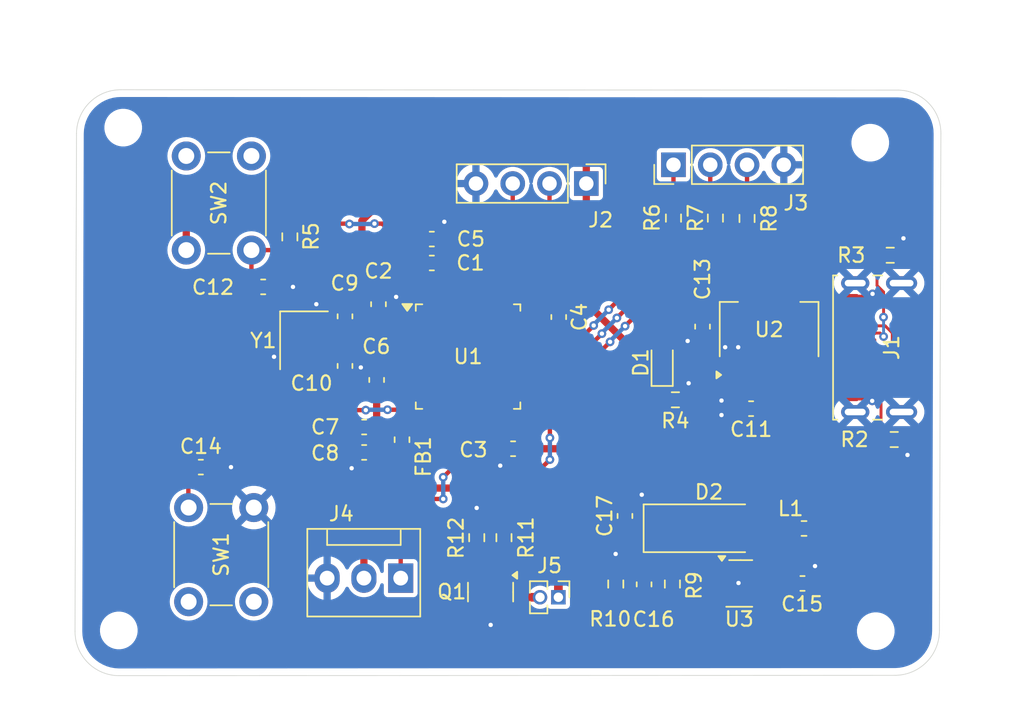
<source format=kicad_pcb>
(kicad_pcb (version 20240108) (generator "pcbnew") (generator_version "8.0")
  (layers (0 "F.Cu" signal) (31 "B.Cu" signal) (34 "B.Paste" user) (35 "F.Paste" user) (36 "B.SilkS" user "B.Silkscreen") (37 "F.SilkS" user "F.Silkscreen") (38 "B.Mask" user) (39 "F.Mask" user) (44 "Edge.Cuts" user))
  (net 0 "")
  (net 1 "GND")
  (net 2 "+3.3V")
  (net 3 "+3.3VA")
  (net 4 "HSE_IN")
  (net 5 "HSE_OUT")
  (net 6 "VBUS")
  (net 7 "Net-(C12-Pad1)")
  (net 8 "Net-(U1-NRST)")
  (net 9 "Net-(U3-FB)")
  (net 10 "Net-(D2-K)")
  (net 11 "Net-(D1-K)")
  (net 12 "Net-(D2-A)")
  (net 13 "Net-(J1-CC2)")
  (net 14 "Net-(J1-CC1)")
  (net 15 "SWCLK")
  (net 16 "SWDIO")
  (net 17 "Net-(J3-Pin_1)")
  (net 18 "Net-(J3-Pin_3)")
  (net 19 "Net-(J3-Pin_2)")
  (net 20 "WATER_LEVEL")
  (net 21 "Net-(J5-Pin_2)")
  (net 22 "Net-(Q1-G)")
  (net 23 "Net-(U1-BOOT0)")
  (net 24 "R")
  (net 25 "G")
  (net 26 "B")
  (net 27 "Water Atomizer")
  (footprint "LED_SMD:LED_0603_1608Metric_Pad1.05x0.95mm_HandSolder" (layer "F.Cu") (at 164.903 58.3678 90)
    (property "Reference" "D1")
    (property "Value" "LED" (hide yes))
  )
  (footprint "Capacitor_SMD:C_0603_1608Metric_Pad1.08x0.95mm_HandSolder" (layer "F.Cu") (at 133.0463 65.6336)
    (property "Reference" "C14")
    (property "Value" "0.1u" (hide yes))
  )
  (footprint "Capacitor_SMD:C_0603_1608Metric_Pad1.08x0.95mm_HandSolder" (layer "F.Cu") (at 143.002 55.2207 90)
    (property "Reference" "C9")
    (property "Value" "10p" (hide yes))
  )
  (footprint "Package_TO_SOT_SMD:SOT-23-6_Handsoldering" (layer "F.Cu") (at 170.2268 73.6654)
    (property "Reference" "U3")
    (property "Value" "MT3608" (hide yes))
  )
  (footprint "Capacitor_SMD:C_0603_1608Metric_Pad1.08x0.95mm_HandSolder" (layer "F.Cu") (at 171.0441 61.5956 180)
    (property "Reference" "C11")
    (property "Value" "22u" (hide yes))
  )
  (footprint "Crystal:Crystal_SMD_3225-4Pin_3.2x2.5mm" (layer "F.Cu") (at 140.1708 56.8784 -90)
    (property "Reference" "Y1")
    (property "Value" "16MHz" (hide yes))
  )
  (footprint "Capacitor_SMD:C_0603_1608Metric_Pad1.08x0.95mm_HandSolder" (layer "F.Cu") (at 143.002 58.6475 -90)
    (property "Reference" "C10")
    (property "Value" "10p" (hide yes))
  )
  (footprint "Capacitor_SMD:C_0603_1608Metric_Pad1.08x0.95mm_HandSolder" (layer "F.Cu") (at 144.3239 64.6176 180)
    (property "Reference" "C8")
    (property "Value" "1u" (hide yes))
  )
  (footprint "MountingHole:MountingHole_2.1mm" (layer "F.Cu") (at 127.381 76.9112)
    (property "Reference" "H2" (hide yes))
    (property "Value" "MountingHole" (hide yes))
  )
  (footprint "Resistor_SMD:R_0603_1608Metric_Pad0.98x0.95mm_HandSolder" (layer "F.Cu") (at 165.6842 48.4359 90)
    (property "Reference" "R6")
    (property "Value" "200" (hide yes))
  )
  (footprint "Button_Switch_THT:SW_PUSH_6mm" (layer "F.Cu") (at 132.0398 50.6464 90)
    (property "Reference" "SW2")
    (property "Value" "SW_Push" (hide yes))
  )
  (footprint "Capacitor_SMD:C_0603_1608Metric_Pad1.08x0.95mm_HandSolder" (layer "F.Cu") (at 137.35105 53.1876)
    (property "Reference" "C12")
    (property "Value" "0.1u" (hide yes))
  )
  (footprint "Resistor_SMD:R_0603_1608Metric_Pad0.98x0.95mm_HandSolder" (layer "F.Cu") (at 168.5798 48.4359 90)
    (property "Reference" "R7")
    (property "Value" "200" (hide yes))
  )
  (footprint "Resistor_SMD:R_0603_1608Metric_Pad0.98x0.95mm_HandSolder" (layer "F.Cu") (at 153.9778 70.5055 90)
    (property "Reference" "R11")
    (property "Value" "120" (hide yes))
  )
  (footprint "Resistor_SMD:R_0603_1608Metric_Pad0.98x0.95mm_HandSolder" (layer "F.Cu") (at 139.192 49.7332 90)
    (property "Reference" "R5")
    (property "Value" "10k" (hide yes))
  )
  (footprint "Connector_PinHeader_1.27mm:PinHeader_1x02_P1.27mm_Vertical" (layer "F.Cu") (at 157.737 74.6203 -90)
    (property "Reference" "J5")
    (property "Value" "Water Atomizer" (hide yes))
  )
  (footprint "Resistor_SMD:R_0603_1608Metric_Pad0.98x0.95mm_HandSolder" (layer "F.Cu") (at 152.0982 70.5055 -90)
    (property "Reference" "R12")
    (property "Value" "10k" (hide yes))
  )
  (footprint "Resistor_SMD:R_0603_1608Metric_Pad0.98x0.95mm_HandSolder" (layer "F.Cu") (at 180.6529 51.0018)
    (property "Reference" "R3")
    (property "Value" "5k1" (hide yes))
  )
  (footprint "Resistor_SMD:R_0603_1608Metric_Pad0.98x0.95mm_HandSolder" (layer "F.Cu") (at 161.6994 73.7067 -90)
    (property "Reference" "R10")
    (property "Value" "10k" (hide yes))
  )
  (footprint "Capacitor_SMD:C_0603_1608Metric_Pad1.08x0.95mm_HandSolder" (layer "F.Cu") (at 167.6913 55.9303 -90)
    (property "Reference" "C13")
    (property "Value" "22u" (hide yes))
  )
  (footprint "Resistor_SMD:R_0603_1608Metric_Pad0.98x0.95mm_HandSolder" (layer "F.Cu") (at 165.611 73.7067 90)
    (property "Reference" "R9")
    (property "Value" "4k7" (hide yes))
  )
  (footprint "Connector:FanPinHeader_1x03_P2.54mm_Vertical" (layer "F.Cu") (at 146.8474 73.2984 180)
    (property "Reference" "J4")
    (property "Value" "WaterLevel" (hide yes))
  )
  (footprint "MountingHole:MountingHole_2.1mm" (layer "F.Cu") (at 179.2732 43.2308)
    (property "Reference" "H4" (hide yes))
    (property "Value" "MountingHole" (hide yes))
  )
  (footprint "Capacitor_SMD:C_0603_1608Metric_Pad1.08x0.95mm_HandSolder" (layer "F.Cu") (at 145.1864 59.6138 90)
    (property "Reference" "C6")
    (property "Value" "10n" (hide yes))
  )
  (footprint "Resistor_SMD:R_0603_1608Metric_Pad0.98x0.95mm_HandSolder" (layer "F.Cu") (at 180.9285 63.7272)
    (property "Reference" "R2")
    (property "Value" "5k1" (hide yes))
  )
  (footprint "Package_TO_SOT_SMD:SOT-23" (layer "F.Cu") (at 153.0532 74.2624 -90)
    (property "Reference" "Q1")
    (property "Value" "NMOS" (hide yes))
  )
  (footprint "Capacitor_SMD:C_0603_1608Metric_Pad1.08x0.95mm_HandSolder" (layer "F.Cu") (at 157.7594 55.2704 -90)
    (property "Reference" "C4")
    (property "Value" "100n" (hide yes))
  )
  (footprint "MountingHole:MountingHole_2.1mm" (layer "F.Cu") (at 179.6542 76.962)
    (property "Reference" "H3" (hide yes))
    (property "Value" "MountingHole" (hide yes))
  )
  (footprint "Capacitor_SMD:C_0603_1608Metric_Pad1.08x0.95mm_HandSolder" (layer "F.Cu") (at 154.6087 64.3636 180)
    (property "Reference" "C3")
    (property "Value" "100n" (hide yes))
  )
  (footprint "Connector_USB:USB_C_Receptacle_Amphenol_124019772112A" (layer "F.Cu") (at 181.2606 57.3772 90)
    (property "Reference" "J1")
    (property "Value" "USB_C_Receptacle_PowerOnly_24P" (hide yes))
  )
  (footprint "Capacitor_SMD:C_0603_1608Metric_Pad1.08x0.95mm_HandSolder" (layer "F.Cu") (at 148.9964 51.5366)
    (property "Reference" "C1")
    (property "Value" "4u7" (hide yes))
  )
  (footprint "Connector_PinHeader_2.54mm:PinHeader_1x04_P2.54mm_Vertical" (layer "F.Cu") (at 165.6842 44.7548 90)
    (property "Reference" "J3")
    (property "Value" "RGB" (hide yes))
  )
  (footprint "Button_Switch_THT:SW_PUSH_6mm" (layer "F.Cu") (at 136.7028 68.4276 -90)
    (property "Reference" "SW1")
    (property "Value" "SW_Push" (hide yes))
  )
  (footprint "Capacitor_SMD:C_0603_1608Metric_Pad1.08x0.95mm_HandSolder" (layer "F.Cu") (at 163.6552 73.7302 -90)
    (property "Reference" "C16")
    (property "Value" "22u" (hide yes))
  )
  (footprint "Capacitor_SMD:C_0603_1608Metric_Pad1.08x0.95mm_HandSolder" (layer "F.Cu") (at 144.3239 62.865 180)
    (property "Reference" "C7")
    (property "Value" "1u" (hide yes))
  )
  (footprint "Package_TO_SOT_SMD:SOT-223-3_TabPin2" (layer "F.Cu") (at 172.2887 56.135 90)
    (property "Reference" "U2")
    (property "Value" "LD1117S33TR_SOT223" (hide yes))
  )
  (footprint "Connector_PinHeader_2.54mm:PinHeader_1x04_P2.54mm_Vertical" (layer "F.Cu") (at 159.6644 46.0502 -90)
    (property "Reference" "J2")
    (property "Value" "SWL" (hide yes))
  )
  (footprint "Diode_SMD:D_SMA_Handsoldering" (layer "F.Cu") (at 168.1332 69.8554)
    (property "Reference" "D2")
    (property "Value" ">30V, >2A" (hide yes))
  )
  (footprint "MountingHole:MountingHole_2.1mm" (layer "F.Cu") (at 127.6858 42.1894)
    (property "Reference" "H1" (hide yes))
    (property "Value" "MountingHole" (hide yes))
  )
  (footprint "Capacitor_SMD:C_0603_1608Metric_Pad1.08x0.95mm_HandSolder" (layer "F.Cu") (at 174.5945 73.6654)
    (property "Reference" "C15")
    (property "Value" "22u" (hide yes))
  )
  (footprint "Inductor_SMD:L_0603_1608Metric_Pad1.05x0.95mm_HandSolder" (layer "F.Cu") (at 146.939 63.74 -90)
    (property "Reference" "FB1")
    (property "Value" "120R @100MHz" (hide yes))
  )
  (footprint "Resistor_SMD:R_0603_1608Metric_Pad0.98x0.95mm_HandSolder" (layer "F.Cu") (at 165.8174 60.984 180)
    (property "Reference" "R4")
    (property "Value" "1k5" (hide yes))
  )
  (footprint "Capacitor_SMD:C_0603_1608Metric_Pad1.08x0.95mm_HandSolder" (layer "F.Cu") (at 162.3344 69.0069 90)
    (property "Reference" "C17")
    (property "Value" "22u" (hide yes))
  )
  (footprint "Capacitor_SMD:C_0603_1608Metric_Pad1.08x0.95mm_HandSolder" (layer "F.Cu") (at 145.3134 54.3825 90)
    (property "Reference" "C2")
    (property "Value" "100n" (hide yes))
  )
  (footprint "Resistor_SMD:R_0603_1608Metric_Pad0.98x0.95mm_HandSolder" (layer "F.Cu") (at 170.7642 48.4613 90)
    (property "Reference" "R8")
    (property "Value" "200" (hide yes))
  )
  (footprint "Package_QFP:LQFP-48_7x7mm_P0.5mm" (layer "F.Cu") (at 151.5 58)
    (property "Reference" "U1")
    (property "Value" "STM32F103C8Tx" (hide yes))
  )
  (footprint "Inductor_SMD:L_0603_1608Metric_Pad1.05x0.95mm_HandSolder" (layer "F.Cu") (at 174.6998 69.8694 180)
    (property "Reference" "L1")
    (property "Value" "10u" (hide yes))
  )
  (footprint "Capacitor_SMD:C_0603_1608Metric_Pad1.08x0.95mm_HandSolder" (layer "F.Cu") (at 148.9964 49.8856)
    (property "Reference" "C5")
    (property "Value" "100n" (hide yes))
  )
  (gr_line (start 127.5334 39.5732) (end 181.20531 39.599866) (stroke (width 0.05)) (layer "Edge.Cuts"))
  (gr_line (start 184.149843 42.622775) (end 184.048556 76.909625) (stroke (width 0.05)) (layer "Edge.Cuts"))
  (gr_line (start 124.459988 42.597388) (end 124.3584 76.962) (stroke (width 0.05)) (layer "Edge.Cuts"))
  (gr_line (start 127.382589 80.035412) (end 181.025655 80.009986) (stroke (width 0.05)) (layer "Edge.Cuts"))
  (gr_arc (start 181.20531 39.599866) (mid 183.30715 40.49807) (end 184.149843 42.622775) (stroke (width 0.05)) (layer "Edge.Cuts"))
  (gr_arc (start 124.459988 42.597388) (mid 125.370133 40.448535) (end 127.5334 39.5732) (stroke (width 0.05)) (layer "Edge.Cuts"))
  (gr_arc (start 184.048556 76.909625) (mid 183.175693 79.082438) (end 181.025655 80.009986) (stroke (width 0.05)) (layer "Edge.Cuts"))
  (gr_arc (start 127.382589 80.035412) (mid 125.233736 79.125267) (end 124.358401 76.962) (stroke (width 0.05)) (layer "Edge.Cuts"))
  (segment (start 149.25 53.8375) (end 149.25 52.8324) (width 0.3) (layer "F.Cu") (net 1))
  (segment (start 181.5654 51.0018) (end 181.5654 49.8334) (width 0.2) (layer "F.Cu") (net 1))
  (segment (start 161.6994 72.7942) (end 161.6994 71.6369) (width 0.2) (layer "F.Cu") (net 1))
  (segment (start 177.3998 60.5776) (end 177.3998 60.8062) (width 0.2) (layer "F.Cu") (net 1))
  (segment (start 155.6625 55.75) (end 156.588 55.75) (width 0.3) (layer "F.Cu") (net 1))
  (segment (start 149.8589 48.6929) (end 149.86 48.6918) (width 0.3) (layer "F.Cu") (net 1))
  (segment (start 178.0606 60.4272) (end 177.5502 60.4272) (width 0.2) (layer "F.Cu") (net 1))
  (segment (start 177.5756 54.3272) (end 178.0606 54.3272) (width 0.2) (layer "F.Cu") (net 1))
  (segment (start 156.972 56.134) (end 157.7583 56.134) (width 0.3) (layer "F.Cu") (net 1))
  (segment (start 145.3134 53.52) (end 146.17264 53.52) (width 0.3) (layer "F.Cu") (net 1))
  (segment (start 144.0942 59.309) (end 144.0942 58.7502) (width 0.3) (layer "F.Cu") (net 1))
  (segment (start 153.7462 65.5066) (end 153.7208 65.532) (width 0.3) (layer "F.Cu") (net 1))
  (segment (start 157.7583 56.134) (end 157.7594 56.1329) (width 0.3) (layer "F.Cu") (net 1))
  (segment (start 153.0532 76.523) (end 153.0604 76.5302) (width 0.3) (layer "F.Cu") (net 1))
  (segment (start 143.002 54.3582) (end 141.044 54.3582) (width 0.3) (layer "F.Cu") (net 1))
  (segment (start 178.6698 54.38) (end 178.6726 54.3772) (width 0.2) (layer "F.Cu") (net 1))
  (segment (start 139.3208 57.9784) (end 138.135 57.9784) (width 0.3) (layer "F.Cu") (net 1))
  (segment (start 133.9088 65.6336) (end 135.128 65.6336) (width 0.3) (layer "F.Cu") (net 1))
  (segment (start 177.4506 53.9482) (end 177.4506 54.2022) (width 0.2) (layer "F.Cu") (net 1))
  (segment (start 162.8903 68.1444) (end 163.495 67.5397) (width 0.2) (layer "F.Cu") (net 1))
  (segment (start 149.25 52.8324) (end 149.8589 52.2235) (width 0.3) (layer "F.Cu") (net 1))
  (segment (start 166.7299 59.8429) (end 166.7318 59.841) (width 0.5) (layer "F.Cu") (net 1))
  (segment (start 177.5502 60.4272) (end 177.3998 60.5776) (width 0.2) (layer "F.Cu") (net 1))
  (segment (start 178.6698 60.3744) (end 179.3078 60.3744) (width 0.2) (layer "F.Cu") (net 1))
  (segment (start 178.0606 53.8272) (end 177.5716 53.8272) (width 0.2) (layer "F.Cu") (net 1))
  (segment (start 177.3998 60.8062) (end 177.5208 60.9272) (width 0.2) (layer "F.Cu") (net 1))
  (segment (start 153.75 64.2085) (end 153.7473 64.2112) (width 0.3) (layer "F.Cu") (net 1))
  (segment (start 168.8768 73.6654) (end 170.1455 73.6654) (width 0.2) (layer "F.Cu") (net 1))
  (segment (start 143.4338 64.6452) (end 143.4614 64.6176) (width 0.3) (layer "F.Cu") (net 1))
  (segment (start 179.2734 60.9272) (end 179.4064 61.0602) (width 0.2) (layer "F.Cu") (net 1))
  (segment (start 153.0532 75.1999) (end 153.0532 76.523) (width 0.3) (layer "F.Cu") (net 1))
  (segment (start 152.0982 68.456) (end 152.0952 68.453) (width 0.3) (layer "F.Cu") (net 1))
  (segment (start 143.4614 65.7076) (end 143.4592 65.7098) (width 0.3) (layer "F.Cu") (net 1))
  (segment (start 143.4614 64.6176) (end 143.4614 65.7076) (width 0.3) (layer "F.Cu") (net 1))
  (segment (start 178.0606 54.3272) (end 178.617 54.3272) (width 0.2) (layer "F.Cu") (net 1))
  (segment (start 141.0208 55.7784) (end 141.0208 54.3814) (width 0.3) (layer "F.Cu") (net 1))
  (segment (start 178.0606 53.8272) (end 179.2734 53.8272) (width 0.2) (layer "F.Cu") (net 1))
  (segment (start 177.5716 53.8272) (end 177.4506 53.9482) (width 0.2) (layer "F.Cu") (net 1))
  (segment (start 138.135 57.9784) (end 138.0998 58.0136) (width 0.3) (layer "F.Cu") (net 1))
  (segment (start 175.457 72.4687) (end 175.4584 72.4673) (width 0.2) (layer "F.Cu") (net 1))
  (segment (start 145.1864 58.7513) (end 144.0953 58.7513) (width 0.3) (layer "F.Cu") (net 1))
  (segment (start 178.0606 60.9272) (end 179.2734 60.9272) (width 0.2) (layer "F.Cu") (net 1))
  (segment (start 178.617 60.4272) (end 178.6698 60.3744) (width 0.2) (layer "F.Cu") (net 1))
  (segment (start 175.457 73.6654) (end 175.457 72.4687) (width 0.2) (layer "F.Cu") (net 1))
  (segment (start 138.21355 53.1876) (end 139.40845 53.1876) (width 0.3) (layer "F.Cu") (net 1))
  (segment (start 149.8589 52.2235) (end 149.8589 51.5366) (width 0.3) (layer "F.Cu") (net 1))
  (segment (start 147.3375 58.75) (end 145.1877 58.75) (width 0.3) (layer "F.Cu") (net 1))
  (segment (start 179.2734 53.8272) (end 179.4318 53.6688) (width 0.2) (layer "F.Cu") (net 1))
  (segment (start 178.0606 60.4272) (end 178.617 60.4272) (width 0.2) (layer "F.Cu") (net 1))
  (segment (start 153.75 64.3598) (end 153.75 62.1625) (width 0.3) (layer "F.Cu") (net 1))
  (segment (start 143.002 59.51) (end 143.8932 59.51) (width 0.3) (layer "F.Cu") (net 1))
  (segment (start 153.7462 64.3636) (end 153.7462 65.5066) (width 0.3) (layer "F.Cu") (net 1))
  (segment (start 179.3078 60.3744) (end 179.3106 60.3772) (width 0.2) (layer "F.Cu") (net 1))
  (segment (start 146.17264 53.52) (end 146.532298 53.879658) (width 0.3) (layer "F.Cu") (net 1))
  (segment (start 166.7299 60.984) (end 166.7299 59.8429) (width 0.5) (layer "F.Cu") (net 1))
  (segment (start 161.6994 71.6369) (end 161.6916 71.6291) (width 0.2) (layer "F.Cu") (net 1))
  (segment (start 145.1877 58.75) (end 145.1864 58.7513) (width 0.3) (layer "F.Cu") (net 1))
  (segment (start 153.7462 64.3636) (end 153.75 64.3598) (width 0.3) (layer "F.Cu") (net 1))
  (segment (start 178.617 54.3272) (end 178.6698 54.38) (width 0.2) (layer "F.Cu") (net 1))
  (segment (start 162.3344 68.1444) (end 162.8903 68.1444) (width 0.2) (layer "F.Cu") (net 1))
  (segment (start 177.4506 54.2022) (end 177.5756 54.3272) (width 0.2) (layer "F.Cu") (net 1))
  (segment (start 149.8589 51.5366) (end 149.8589 49.8856) (width 0.3) (layer "F.Cu") (net 1))
  (segment (start 152.0982 69.593) (end 152.0982 68.456) (width 0.3) (layer "F.Cu") (net 1))
  (segment (start 178.6726 54.3772) (end 179.3106 54.3772) (width 0.2) (layer "F.Cu") (net 1))
  (segment (start 149.8589 49.8856) (end 149.8589 48.6929) (width 0.3) (layer "F.Cu") (net 1))
  (segment (start 143.8932 59.51) (end 144.0942 59.309) (width 0.3) (layer "F.Cu") (net 1))
  (segment (start 143.4614 62.865) (end 143.4614 64.6176) (width 0.3) (layer "F.Cu") (net 1))
  (segment (start 181.841 64.7902) (end 181.8448 64.794) (width 0.2) (layer "F.Cu") (net 1))
  (segment (start 141.044 54.3582) (end 141.0208 54.3814) (width 0.3) (layer "F.Cu") (net 1))
  (segment (start 144.0953 58.7513) (end 144.0942 58.7502) (width 0.3) (layer "F.Cu") (net 1))
  (segment (start 177.5208 60.9272) (end 178.0606 60.9272) (width 0.2) (layer "F.Cu") (net 1))
  (segment (start 170.1455 73.6654) (end 170.1752 73.6357) (width 0.2) (layer "F.Cu") (net 1))
  (segment (start 181.841 63.7272) (end 181.841 64.7902) (width 0.2) (layer "F.Cu") (net 1))
  (segment (start 156.588 55.75) (end 156.972 56.134) (width 0.3) (layer "F.Cu") (net 1))
  (via (at 153.7208 65.532) (size 0.6) (drill 0.3) (layers "F.Cu" "B.Cu") (net 1))
  (via (at 181.5654 49.8334) (size 0.6) (drill 0.3) (layers "F.Cu" "B.Cu") (net 1))
  (via (at 141.0208 54.3814) (size 0.6) (drill 0.3) (layers "F.Cu" "B.Cu") (net 1))
  (via (at 179.4318 53.6688) (size 0.6) (drill 0.3) (layers "F.Cu" "B.Cu") (net 1))
  (via (at 149.86 48.6918) (size 0.6) (drill 0.3) (layers "F.Cu" "B.Cu") (net 1))
  (via (at 166.7318 59.841) (size 0.6) (drill 0.3) (layers "F.Cu" "B.Cu") (net 1))
  (via (at 139.40845 53.1876) (size 0.6) (drill 0.3) (layers "F.Cu" "B.Cu") (net 1))
  (via (at 138.0998 58.0136) (size 0.6) (drill 0.3) (layers "F.Cu" "B.Cu") (net 1))
  (via (at 153.0604 76.5302) (size 0.6) (drill 0.3) (layers "F.Cu" "B.Cu") (net 1))
  (via (at 143.4592 65.7098) (size 0.6) (drill 0.3) (layers "F.Cu" "B.Cu") (net 1))
  (via (at 169 61.0372) (size 0.6) (drill 0.3) (layers "F.Cu" "B.Cu") (net 1))
  (via (at 169.254 57.3542) (size 0.6) (drill 0.3) (layers "F.Cu" "B.Cu") (net 1))
  (via (at 135.128 65.6336) (size 0.6) (drill 0.3) (layers "F.Cu" "B.Cu") (net 1))
  (via (at 144.0942 58.7502) (size 0.6) (drill 0.3) (layers "F.Cu" "B.Cu") (net 1))
  (via (at 175.4584 72.4673) (size 0.6) (drill 0.3) (layers "F.Cu" "B.Cu") (net 1))
  (via (at 169 62.0372) (size 0.6) (drill 0.3) (layers "F.Cu" "B.Cu") (net 1))
  (via (at 170.154 57.3542) (size 0.6) (drill 0.3) (layers "F.Cu" "B.Cu") (net 1))
  (via (at 181.8448 64.794) (size 0.6) (drill 0.3) (layers "F.Cu" "B.Cu") (net 1))
  (via (at 146.532298 53.879658) (size 0.6) (drill 0.3) (layers "F.Cu" "B.Cu") (net 1))
  (via (at 161.6916 71.6291) (size 0.6) (drill 0.3) (layers "F.Cu" "B.Cu") (net 1))
  (via (at 179.4064 61.0602) (size 0.6) (drill 0.3) (layers "F.Cu" "B.Cu") (net 1))
  (via (at 170.1752 73.6357) (size 0.6) (drill 0.3) (layers "F.Cu" "B.Cu") (net 1))
  (via (at 166.6632 56.9224) (size 0.6) (drill 0.3) (layers "F.Cu" "B.Cu") (net 1))
  (via (at 152.0952 68.453) (size 0.6) (drill 0.3) (layers "F.Cu" "B.Cu") (net 1))
  (via (at 163.495 67.5397) (size 0.6) (drill 0.3) (layers "F.Cu" "B.Cu") (net 1))
  (segment (start 162.8776 57.4928) (end 160.655 59.7154) (width 0.5) (layer "F.Cu") (net 2))
  (segment (start 159.6644 53.6194) (end 159.6644 46.0502) (width 0.5) (layer "F.Cu") (net 2))
  (segment (start 157.0471 54.4079) (end 157.7594 54.4079) (width 0.3) (layer "F.Cu") (net 2))
  (segment (start 154.25 63.064) (end 154.5844 63.3984) (width 0.3) (layer "F.Cu") (net 2))
  (segment (start 159.6644 54.2796) (end 159.6644 53.6194) (width 0.5) (layer "F.Cu") (net 2))
  (segment (start 146.177 67.0814) (end 144.3074 68.951) (width 0.5) (layer "F.Cu") (net 2))
  (segment (start 159.6644 46.0502) (end 159.6644 44.8056) (width 0.5) (layer "F.Cu") (net 2))
  (segment (start 160.655 59.7154) (end 160.655 63.2968) (width 0.5) (layer "F.Cu") (net 2))
  (segment (start 153.8224 67.0814) (end 148.2598 67.0814) (width 0.5) (layer "F.Cu") (net 2))
  (segment (start 160.655 63.2968) (end 159.5882 64.3636) (width 0.5) (layer "F.Cu") (net 2))
  (segment (start 148.1339 48.2357) (end 148.1339 49.8856) (width 0.5) (layer "F.Cu") (net 2))
  (segment (start 147.3375 55.25) (end 145.3184 55.25) (width 0.3) (layer "F.Cu") (net 2))
  (segment (start 144.1704 54.5338) (end 144.8816 55.245) (width 0.5) (layer "F.Cu") (net 2))
  (segment (start 148.75 53.8375) (end 148.75 52.8396) (width 0.3) (layer "F.Cu") (net 2))
  (segment (start 148.1339 52.2235) (end 148.1339 51.5366) (width 0.3) (layer "F.Cu") (net 2))
  (segment (start 154.25 62.1625) (end 154.25 63.064) (width 0.3) (layer "F.Cu") (net 2))
  (segment (start 155.4712 63.8026) (end 155.4712 64.3636) (width 0.3) (layer "F.Cu") (net 2))
  (segment (start 148.1339 51.5366) (end 148.1339 49.8856) (width 0.3) (layer "F.Cu") (net 2))
  (segment (start 134.1628 46.9646) (end 132.0398 49.0876) (width 0.5) (layer "F.Cu") (net 2))
  (segment (start 155.6625 55.25) (end 156.5098 55.25) (width 0.3) (layer "F.Cu") (net 2))
  (segment (start 156.845 54.61) (end 157.0471 54.4079) (width 0.3) (layer "F.Cu") (net 2))
  (segment (start 154.5844 63.3984) (end 155.067 63.3984) (width 0.3) (layer "F.Cu") (net 2))
  (segment (start 156.5098 55.25) (end 156.845 54.9148) (width 0.3) (layer "F.Cu") (net 2))
  (segment (start 144.1704 48.6156) (end 144.1704 54.5338) (width 0.5) (layer "F.Cu") (net 2))
  (segment (start 155.4712 64.3636) (end 155.4712 65.4326) (width 0.5) (layer "F.Cu") (net 2))
  (segment (start 146.939 65.7606) (end 146.939 64.615) (width 0.5) (layer "F.Cu") (net 2))
  (segment (start 145.8214 46.9646) (end 144.1704 48.6156) (width 0.5) (layer "F.Cu") (net 2))
  (segment (start 145.1864 64.6176) (end 146.9364 64.6176) (width 0.5) (layer "F.Cu") (net 2))
  (segment (start 156.845 54.9148) (end 156.845 54.61) (width 0.3) (layer "F.Cu") (net 2))
  (segment (start 148.75 52.8396) (end 148.1339 52.2235) (width 0.3) (layer "F.Cu") (net 2))
  (segment (start 167.6913 55.0678) (end 165.6122 55.0678) (width 0.5) (layer "F.Cu") (net 2))
  (segment (start 132.0398 49.0876) (end 132.0398 50.6464) (width 0.5) (layer "F.Cu") (net 2))
  (segment (start 159.6644 53.6194) (end 158.8759 54.4079) (width 0.5) (layer "F.Cu") (net 2))
  (segment (start 146.8628 46.9646) (end 148.1339 48.2357) (width 0.5) (layer "F.Cu") (net 2))
  (segment (start 144.8816 55.245) (end 145.3134 55.245) (width 0.5) (layer "F.Cu") (net 2))
  (segment (start 162.8776 57.4928) (end 159.6644 54.2796) (width 0.5) (layer "F.Cu") (net 2))
  (segment (start 144.3074 68.951) (end 144.3074 73.2984) (width 0.5) (layer "F.Cu") (net 2))
  (segment (start 148.2598 67.0814) (end 146.177 67.0814) (width 0.5) (layer "F.Cu") (net 2))
  (segment (start 164.903 57.4928) (end 162.8776 57.4928) (width 0.5) (layer "F.Cu") (net 2))
  (segment (start 145.8214 46.9646) (end 134.1628 46.9646) (width 0.5) (layer "F.Cu") (net 2))
  (segment (start 165.6122 55.0678) (end 164.903 55.777) (width 0.5) (layer "F.Cu") (net 2))
  (segment (start 145.8214 46.9646) (end 146.8628 46.9646) (width 0.5) (layer "F.Cu") (net 2))
  (segment (start 164.903 55.777) (end 164.903 57.4928) (width 0.5) (layer "F.Cu") (net 2))
  (segment (start 155.4712 65.4326) (end 153.8224 67.0814) (width 0.5) (layer "F.Cu") (net 2))
  (segment (start 158.8759 54.4079) (end 157.7594 54.4079) (width 0.5) (layer "F.Cu") (net 2))
  (segment (start 150.368 43.4594) (end 146.8628 46.9646) (width 0.5) (layer "F.Cu") (net 2))
  (segment (start 158.3182 43.4594) (end 150.368 43.4594) (width 0.5) (layer "F.Cu") (net 2))
  (segment (start 159.5882 64.3636) (end 155.4712 64.3636) (width 0.5) (layer "F.Cu") (net 2))
  (segment (start 146.9364 64.6176) (end 146.939 64.615) (width 0.5) (layer "F.Cu") (net 2))
  (segment (start 145.3184 55.25) (end 145.3134 55.245) (width 0.3) (layer "F.Cu") (net 2))
  (segment (start 155.067 63.3984) (end 155.4712 63.8026) (width 0.3) (layer "F.Cu") (net 2))
  (segment (start 148.2598 67.0814) (end 146.939 65.7606) (width 0.5) (layer "F.Cu") (net 2))
  (segment (start 159.6644 44.8056) (end 158.3182 43.4594) (width 0.5) (layer "F.Cu") (net 2))
  (segment (start 147.3375 59.25) (end 146.49688 59.25) (width 0.3) (layer "F.Cu") (net 3))
  (segment (start 146.49688 59.25) (end 146.1008 59.64608) (width 0.3) (layer "F.Cu") (net 3))
  (segment (start 145.8225 60.4763) (end 145.1864 60.4763) (width 0.3) (layer "F.Cu") (net 3))
  (segment (start 146.1008 59.64608) (end 146.1008 60.198) (width 0.3) (layer "F.Cu") (net 3))
  (segment (start 145.1864 62.865) (end 146.939 62.865) (width 0.5) (layer "F.Cu") (net 3))
  (segment (start 145.1864 62.865) (end 145.1864 60.4763) (width 0.5) (layer "F.Cu") (net 3))
  (segment (start 146.1008 60.198) (end 145.8225 60.4763) (width 0.3) (layer "F.Cu") (net 3))
  (segment (start 145.2356 57.25) (end 144.0688 56.0832) (width 0.3) (layer "F.Cu") (net 4))
  (segment (start 144.0688 56.0832) (end 143.002 56.0832) (width 0.3) (layer "F.Cu") (net 4))
  (segment (start 147.3375 57.25) (end 145.2356 57.25) (width 0.3) (layer "F.Cu") (net 4))
  (segment (start 139.3208 55.7784) (end 139.3208 56.0784) (width 0.3) (layer "F.Cu") (net 4))
  (segment (start 140.0708 56.8284) (end 142.2568 56.8284) (width 0.3) (layer "F.Cu") (net 4))
  (segment (start 138.9556 55.7784) (end 138.9556 55.8784) (width 0.3) (layer "F.Cu") (net 4))
  (segment (start 139.3208 56.0784) (end 140.0708 56.8284) (width 0.3) (layer "F.Cu") (net 4))
  (segment (start 142.2568 56.8284) (end 143.002 56.0832) (width 0.3) (layer "F.Cu") (net 4))
  (segment (start 138.9556 55.8784) (end 138.9538 55.8802) (width 0.3) (layer "F.Cu") (net 4))
  (segment (start 143.037 57.75) (end 143.002 57.785) (width 0.3) (layer "F.Cu") (net 5))
  (segment (start 143.002 57.785) (end 142.1892 57.785) (width 0.3) (layer "F.Cu") (net 5))
  (segment (start 142.1892 57.785) (end 141.9958 57.9784) (width 0.3) (layer "F.Cu") (net 5))
  (segment (start 141.9958 57.9784) (end 141.0208 57.9784) (width 0.3) (layer "F.Cu") (net 5))
  (segment (start 147.3375 57.75) (end 143.037 57.75) (width 0.3) (layer "F.Cu") (net 5))
  (segment (start 171.5768 74.6154) (end 173.285 74.6154) (width 0.5) (layer "F.Cu") (net 6))
  (segment (start 178.4666 56.1326) (end 178.4612 56.1272) (width 0.2) (layer "F.Cu") (net 6))
  (segment (start 171.9066 61.5956) (end 171.9066 63.9566) (width 0.6) (layer "F.Cu") (net 6))
  (segment (start 179.3106 58.8772) (end 178.921214 58.8772) (width 0.2) (layer "F.Cu") (net 6))
  (segment (start 178.4612 56.1272) (end 178.0606 56.1272) (width 0.2) (layer "F.Cu") (net 6))
  (segment (start 179.699986 58.8772) (end 180.7938 57.783386) (width 0.2) (layer "F.Cu") (net 6))
  (segment (start 180.7938 57.783386) (end 180.7938 56.366671) (width 0.2) (layer "F.Cu") (net 6))
  (segment (start 173.732 73.6654) (end 171.5768 73.6654) (width 0.5) (layer "F.Cu") (net 6))
  (segment (start 175.5748 67.6248) (end 175.5748 69.8694) (width 0.6) (layer "F.Cu") (net 6))
  (segment (start 175.5748 70.606) (end 173.732 72.4488) (width 0.6) (layer "F.Cu") (net 6))
  (segment (start 173.285 74.6154) (end 173.732 74.1684) (width 0.5) (layer "F.Cu") (net 6))
  (segment (start 178.665814 56.1326) (end 178.4666 56.1326) (width 0.2) (layer "F.Cu") (net 6))
  (segment (start 171.9066 63.9566) (end 175.5748 67.6248) (width 0.6) (layer "F.Cu") (net 6))
  (segment (start 178.667807 58.623793) (end 178.6644 58.6272) (width 0.2) (layer "F.Cu") (net 6))
  (segment (start 173.732 74.1684) (end 173.732 73.6654) (width 0.5) (layer "F.Cu") (net 6))
  (segment (start 175.5748 69.8694) (end 175.5748 70.606) (width 0.6) (layer "F.Cu") (net 6))
  (segment (start 178.921214 55.8772) (end 178.665814 56.1326) (width 0.2) (layer "F.Cu") (net 6))
  (segment (start 180.304329 55.8772) (end 179.3106 55.8772) (width 0.2) (layer "F.Cu") (net 6))
  (segment (start 180.7938 56.366671) (end 180.304329 55.8772) (width 0.2) (layer "F.Cu") (net 6))
  (segment (start 178.6644 58.6272) (end 178.0606 58.6272) (width 0.2) (layer "F.Cu") (net 6))
  (segment (start 179.3106 58.8772) (end 179.699986 58.8772) (width 0.2) (layer "F.Cu") (net 6))
  (segment (start 179.3106 55.8772) (end 178.921214 55.8772) (width 0.2) (layer "F.Cu") (net 6))
  (segment (start 173.732 72.4488) (end 173.732 73.6654) (width 0.6) (layer "F.Cu") (net 6))
  (segment (start 178.921214 58.8772) (end 178.667807 58.623793) (width 0.2) (layer "F.Cu") (net 6))
  (segment (start 136.53945 53.1367) (end 136.48855 53.1876) (width 0.5) (layer "F.Cu") (net 7))
  (segment (start 136.5398 53.13635) (end 136.48855 53.1876) (width 0.3) (layer "F.Cu") (net 7))
  (segment (start 136.5405 50.6457) (end 136.5398 50.6464) (width 0.3) (layer "F.Cu") (net 7))
  (segment (start 136.5398 50.6464) (end 136.5398 53.13635) (width 0.3) (layer "F.Cu") (net 7))
  (segment (start 139.192 50.6457) (end 136.5405 50.6457) (width 0.3) (layer "F.Cu") (net 7))
  (segment (start 148.4376 61.0616) (end 147.828 61.6712) (width 0.3) (layer "F.Cu") (net 8))
  (segment (start 148.17812 58.25) (end 148.4376 58.50948) (width 0.3) (layer "F.Cu") (net 8))
  (segment (start 136.1208 61.6966) (end 132.1838 65.6336) (width 0.3) (layer "F.Cu") (net 8))
  (segment (start 147.3375 58.25) (end 148.17812 58.25) (width 0.3) (layer "F.Cu") (net 8))
  (segment (start 147.828 61.6712) (end 145.9364 61.6712) (width 0.3) (layer "F.Cu") (net 8))
  (segment (start 148.4376 58.50948) (end 148.4376 61.0616) (width 0.3) (layer "F.Cu") (net 8))
  (segment (start 132.1838 68.4086) (end 132.2028 68.4276) (width 0.3) (layer "F.Cu") (net 8))
  (segment (start 144.4364 61.6966) (end 136.1208 61.6966) (width 0.3) (layer "F.Cu") (net 8))
  (segment (start 132.1838 65.6336) (end 132.1838 68.4086) (width 0.3) (layer "F.Cu") (net 8))
  (via (at 144.4364 61.6966) (size 0.6) (drill 0.3) (layers "F.Cu" "B.Cu") (net 8))
  (via (at 145.9364 61.6712) (size 0.6) (drill 0.3) (layers "F.Cu" "B.Cu") (net 8))
  (segment (start 144.4618 61.6712) (end 144.4364 61.6966) (width 0.3) (layer "B.Cu") (net 8))
  (segment (start 145.9364 61.6712) (end 144.4618 61.6712) (width 0.3) (layer "B.Cu") (net 8))
  (segment (start 165.611 74.6192) (end 168.873 74.6192) (width 0.6) (layer "F.Cu") (net 9))
  (segment (start 163.6552 74.5927) (end 165.5845 74.5927) (width 0.6) (layer "F.Cu") (net 9))
  (segment (start 165.5845 74.5927) (end 165.611 74.6192) (width 0.6) (layer "F.Cu") (net 9))
  (segment (start 163.6552 74.5927) (end 161.7259 74.5927) (width 0.6) (layer "F.Cu") (net 9))
  (segment (start 161.7259 74.5927) (end 161.6994 74.6192) (width 0.6) (layer "F.Cu") (net 9))
  (segment (start 168.873 74.6192) (end 168.8768 74.6154) (width 0.6) (layer "F.Cu") (net 9))
  (segment (start 165.6192 69.8694) (end 165.6332 69.8554) (width 0.6) (layer "F.Cu") (net 10))
  (segment (start 162.3344 69.8694) (end 165.6192 69.8694) (width 0.6) (layer "F.Cu") (net 10))
  (segment (start 165.611 69.8776) (end 165.6332 69.8554) (width 0.6) (layer "F.Cu") (net 10))
  (segment (start 163.6552 72.8677) (end 165.5375 72.8677) (width 0.6) (layer "F.Cu") (net 10))
  (segment (start 159.2367 69.8694) (end 157.737 71.3691) (width 0.6) (layer "F.Cu") (net 10))
  (segment (start 157.737 71.3691) (end 157.737 74.6203) (width 0.6) (layer "F.Cu") (net 10))
  (segment (start 165.611 72.7942) (end 165.611 69.8776) (width 0.6) (layer "F.Cu") (net 10))
  (segment (start 162.3344 69.8694) (end 159.2367 69.8694) (width 0.6) (layer "F.Cu") (net 10))
  (segment (start 165.5375 72.8677) (end 165.611 72.7942) (width 0.6) (layer "F.Cu") (net 10))
  (segment (start 164.903 60.9821) (end 164.9049 60.984) (width 0.5) (layer "F.Cu") (net 11))
  (segment (start 164.903 59.2428) (end 164.903 60.9821) (width 0.5) (layer "F.Cu") (net 11))
  (segment (start 167.4652 72.4602) (end 167.4652 71.622) (width 0.6) (layer "F.Cu") (net 12))
  (segment (start 169.2318 69.8554) (end 170.6332 69.8554) (width 0.6) (layer "F.Cu") (net 12))
  (segment (start 170.6472 69.8694) (end 170.6332 69.8554) (width 0.6) (layer "F.Cu") (net 12))
  (segment (start 173.8248 69.8694) (end 170.6472 69.8694) (width 0.6) (layer "F.Cu") (net 12))
  (segment (start 168.8768 72.7154) (end 167.7204 72.7154) (width 0.6) (layer "F.Cu") (net 12))
  (segment (start 167.7204 72.7154) (end 167.4652 72.4602) (width 0.6) (layer "F.Cu") (net 12))
  (segment (start 167.4652 71.622) (end 169.2318 69.8554) (width 0.6) (layer "F.Cu") (net 12))
  (segment (start 179.9558 56.3772) (end 180.1938 56.6152) (width 0.2) (layer "F.Cu") (net 13))
  (segment (start 180.1938 55.271834) (end 180.1938 53.5418) (width 0.2) (layer "F.Cu") (net 13))
  (segment (start 179.3106 56.3772) (end 179.9558 56.3772) (width 0.2) (layer "F.Cu") (net 13))
  (segment (start 180.188434 55.2772) (end 180.1938 55.271834) (width 0.2) (layer "F.Cu") (net 13))
  (segment (start 180.1938 53.5418) (end 179.7404 53.0884) (width 0.2) (layer "F.Cu") (net 13))
  (segment (start 179.7404 53.0884) (end 179.7404 51.0018) (width 0.2) (layer "F.Cu") (net 13))
  (via (at 180.188434 55.2772) (size 0.6) (drill 0.3) (layers "F.Cu" "B.Cu") (net 13))
  (via (at 180.1938 56.6152) (size 0.6) (drill 0.3) (layers "F.Cu" "B.Cu") (net 13))
  (segment (start 180.1938 56.6152) (end 180.1938 55.282566) (width 0.2) (layer "B.Cu") (net 13))
  (segment (start 180.1938 55.282566) (end 180.188434 55.2772) (width 0.2) (layer "B.Cu") (net 13))
  (segment (start 178.481914 59.9522) (end 179.774986 59.9522) (width 0.2) (layer "F.Cu") (net 14))
  (segment (start 179.774986 59.9522) (end 180.016 60.193214) (width 0.2) (layer "F.Cu") (net 14))
  (segment (start 178.0606 58.1272) (end 177.671214 58.1272) (width 0.2) (layer "F.Cu") (net 14))
  (segment (start 177.671214 58.1272) (end 177.3856 58.412814) (width 0.2) (layer "F.Cu") (net 14))
  (segment (start 180.016 60.193214) (end 180.016 63.7272) (width 0.2) (layer "F.Cu") (net 14))
  (segment (start 177.3856 58.855886) (end 178.481914 59.9522) (width 0.2) (layer "F.Cu") (net 14))
  (segment (start 177.3856 58.412814) (end 177.3856 58.855886) (width 0.2) (layer "F.Cu") (net 14))
  (segment (start 154.5844 46.0502) (end 154.5844 47.9298) (width 0.3) (layer "F.Cu") (net 15))
  (segment (start 154.5844 47.9298) (end 154.25 48.2642) (width 0.3) (layer "F.Cu") (net 15))
  (segment (start 154.25 48.2642) (end 154.25 53.8375) (width 0.3) (layer "F.Cu") (net 15))
  (segment (start 154.575 54.99688) (end 155.9306 53.64128) (width 0.3) (layer "F.Cu") (net 16))
  (segment (start 157.1244 47.3964) (end 157.1244 46.0502) (width 0.3) (layer "F.Cu") (net 16))
  (segment (start 155.9306 53.64128) (end 155.9306 48.5902) (width 0.3) (layer "F.Cu") (net 16))
  (segment (start 154.575 56.00312) (end 154.575 54.99688) (width 0.3) (layer "F.Cu") (net 16))
  (segment (start 155.9306 48.5902) (end 157.1244 47.3964) (width 0.3) (layer "F.Cu") (net 16))
  (segment (start 155.6625 56.25) (end 154.82188 56.25) (width 0.3) (layer "F.Cu") (net 16))
  (segment (start 154.82188 56.25) (end 154.575 56.00312) (width 0.3) (layer "F.Cu") (net 16))
  (segment (start 165.6842 47.5234) (end 165.6842 44.7548) (width 0.3) (layer "F.Cu") (net 17))
  (segment (start 170.7642 47.5488) (end 170.7642 44.7548) (width 0.3) (layer "F.Cu") (net 18))
  (segment (start 168.5798 46.736) (end 168.2242 46.3804) (width 0.3) (layer "F.Cu") (net 19))
  (segment (start 168.5798 47.5234) (end 168.5798 46.736) (width 0.3) (layer "F.Cu") (net 19))
  (segment (start 168.2242 46.3804) (end 168.2242 44.7548) (width 0.3) (layer "F.Cu") (net 19))
  (segment (start 151.25 62.1625) (end 151.25 64.8652) (width 0.3) (layer "F.Cu") (net 20))
  (segment (start 148.5258 67.8314) (end 146.8474 69.5098) (width 0.3) (layer "F.Cu") (net 20))
  (segment (start 151.25 64.8652) (end 149.7838 66.3314) (width 0.3) (layer "F.Cu") (net 20))
  (segment (start 149.7838 67.8314) (end 148.5258 67.8314) (width 0.3) (layer "F.Cu") (net 20))
  (segment (start 146.8474 69.5098) (end 146.8474 73.2984) (width 0.3) (layer "F.Cu") (net 20))
  (via (at 149.7838 67.8314) (size 0.6) (drill 0.3) (layers "F.Cu" "B.Cu") (net 20))
  (via (at 149.7838 66.3314) (size 0.6) (drill 0.3) (layers "F.Cu" "B.Cu") (net 20))
  (segment (start 149.7838 66.3314) (end 149.7838 67.8314) (width 0.3) (layer "B.Cu") (net 20))
  (segment (start 154.5112 74.6203) (end 156.467 74.6203) (width 0.6) (layer "F.Cu") (net 21))
  (segment (start 154.0032 74.1123) (end 154.5112 74.6203) (width 0.6) (layer "F.Cu") (net 21))
  (segment (start 154.0032 73.3249) (end 154.0032 74.1123) (width 0.6) (layer "F.Cu") (net 21))
  (segment (start 152.1032 73.3249) (end 152.1032 71.423) (width 0.6) (layer "F.Cu") (net 22))
  (segment (start 152.0982 73.3199) (end 152.1032 73.3249) (width 0.6) (layer "F.Cu") (net 22))
  (segment (start 152.0982 71.418) (end 153.9778 71.418) (width 0.6) (layer "F.Cu") (net 22))
  (segment (start 152.1032 71.423) (end 152.0982 71.418) (width 0.6) (layer "F.Cu") (net 22))
  (segment (start 150.75 54.67812) (end 150.75 53.8375) (width 0.3) (layer "F.Cu") (net 23))
  (segment (start 145.5674 48.8188) (end 146.8628 50.1142) (width 0.3) (layer "F.Cu") (net 23))
  (segment (start 143.2833 48.8207) (end 139.192 48.8207) (width 0.3) (layer "F.Cu") (net 23))
  (segment (start 145.034 48.8188) (end 145.5674 48.8188) (width 0.3) (layer "F.Cu") (net 23))
  (segment (start 146.8628 50.1142) (end 146.8628 53.29092) (width 0.3) (layer "F.Cu") (net 23))
  (segment (start 150.43124 54.99688) (end 150.75 54.67812) (width 0.3) (layer "F.Cu") (net 23))
  (segment (start 143.3068 48.8442) (end 143.2833 48.8207) (width 0.3) (layer "F.Cu") (net 23))
  (segment (start 146.8628 53.29092) (end 148.56876 54.99688) (width 0.3) (layer "F.Cu") (net 23))
  (segment (start 148.56876 54.99688) (end 150.43124 54.99688) (width 0.3) (layer "F.Cu") (net 23))
  (via (at 145.034 48.8188) (size 0.6) (drill 0.3) (layers "F.Cu" "B.Cu") (net 23))
  (via (at 143.3068 48.8442) (size 0.6) (drill 0.3) (layers "F.Cu" "B.Cu") (net 23))
  (segment (start 145.0086 48.8442) (end 143.3068 48.8442) (width 0.3) (layer "B.Cu") (net 23))
  (segment (start 145.034 48.8188) (end 145.0086 48.8442) (width 0.3) (layer "B.Cu") (net 23))
  (segment (start 158.777 57.25) (end 160.175569 55.851431) (width 0.3) (layer "F.Cu") (net 24))
  (segment (start 155.6625 57.25) (end 158.777 57.25) (width 0.3) (layer "F.Cu") (net 24))
  (segment (start 161.210831 54.765369) (end 165.6842 50.292) (width 0.3) (layer "F.Cu") (net 24))
  (segment (start 165.6842 50.292) (end 165.6842 49.3484) (width 0.3) (layer "F.Cu") (net 24))
  (via (at 160.175569 55.851431) (size 0.6) (drill 0.3) (layers "F.Cu" "B.Cu") (net 24))
  (via (at 161.210831 54.765369) (size 0.6) (drill 0.3) (layers "F.Cu" "B.Cu") (net 24))
  (segment (start 160.175569 55.800631) (end 161.210831 54.765369) (width 0.3) (layer "B.Cu") (net 24))
  (segment (start 160.175569 55.851431) (end 160.175569 55.800631) (width 0.3) (layer "B.Cu") (net 24))
  (segment (start 168.013 50.7826) (end 168.5798 50.2158) (width 0.3) (layer "F.Cu") (net 25))
  (segment (start 155.6625 57.75) (end 159.408374 57.75) (width 0.3) (layer "F.Cu") (net 25))
  (segment (start 168.5798 50.2158) (end 168.5798 49.3484) (width 0.3) (layer "F.Cu") (net 25))
  (segment (start 166.324975 50.7826) (end 168.013 50.7826) (width 0.3) (layer "F.Cu") (net 25))
  (segment (start 159.408374 57.75) (end 160.741256 56.417118) (width 0.3) (layer "F.Cu") (net 25))
  (segment (start 161.776518 55.331057) (end 166.324975 50.7826) (width 0.3) (layer "F.Cu") (net 25))
  (via (at 160.741256 56.417118) (size 0.6) (drill 0.3) (layers "F.Cu" "B.Cu") (net 25))
  (via (at 161.776518 55.331057) (size 0.6) (drill 0.3) (layers "F.Cu" "B.Cu") (net 25))
  (segment (start 160.741256 56.417118) (end 160.741256 56.366319) (width 0.3) (layer "B.Cu") (net 25))
  (segment (start 160.741256 56.366319) (end 161.776518 55.331057) (width 0.3) (layer "B.Cu") (net 25))
  (segment (start 160.039748 58.25) (end 161.306943 56.982805) (width 0.3) (layer "F.Cu") (net 26))
  (segment (start 155.6625 58.25) (end 160.039748 58.25) (width 0.3) (layer "F.Cu") (net 26))
  (segment (start 170.7642 50.673) (end 170.7642 49.3738) (width 0.3) (layer "F.Cu") (net 26))
  (segment (start 162.342206 55.896744) (end 166.95635 51.2826) (width 0.3) (layer "F.Cu") (net 26))
  (segment (start 166.95635 51.2826) (end 170.1546 51.2826) (width 0.3) (layer "F.Cu") (net 26))
  (segment (start 170.1546 51.2826) (end 170.7642 50.673) (width 0.3) (layer "F.Cu") (net 26))
  (via (at 162.342206 55.896744) (size 0.6) (drill 0.3) (layers "F.Cu" "B.Cu") (net 26))
  (via (at 161.306943 56.982805) (size 0.6) (drill 0.3) (layers "F.Cu" "B.Cu") (net 26))
  (segment (start 161.306943 56.932007) (end 162.342206 55.896744) (width 0.3) (layer "B.Cu") (net 26))
  (segment (start 161.306943 56.982805) (end 161.306943 56.932007) (width 0.3) (layer "B.Cu") (net 26))
  (segment (start 157.1498 59.39668) (end 157.1498 63.6136) (width 0.3) (layer "F.Cu") (net 27))
  (segment (start 155.6625 58.75) (end 156.50312 58.75) (width 0.3) (layer "F.Cu") (net 27))
  (segment (start 157.1498 65.1136) (end 153.9778 68.2856) (width 0.3) (layer "F.Cu") (net 27))
  (segment (start 153.9778 68.2856) (end 153.9778 69.593) (width 0.3) (layer "F.Cu") (net 27))
  (segment (start 156.50312 58.75) (end 157.1498 59.39668) (width 0.3) (layer "F.Cu") (net 27))
  (via (at 157.1498 63.6136) (size 0.6) (drill 0.3) (layers "F.Cu" "B.Cu") (net 27))
  (via (at 157.1498 65.1136) (size 0.6) (drill 0.3) (layers "F.Cu" "B.Cu") (net 27))
  (segment (start 157.1498 63.6136) (end 157.1498 65.1136) (width 0.3) (layer "B.Cu") (net 27))
  (zone (net 6) (net_name "VBUS") (layer "F.Cu") (priority 2) (connect_pads yes (clearance 0.3)) (min_thickness 0.25) (fill yes (thermal_gap 0.5) (thermal_bridge_width 0.5))
    (polygon (pts (xy 177.5522 55.9294) (xy 175.6726 55.9294) (xy 175.2916 56.3612) (xy 175.2662 57.682) (xy 174.1486 57.682) (xy 173.7168 58.0376) (xy 173.6914 60.5014) (xy 173.3104 60.857) (xy 171.507 60.857) (xy 171.2784 61.0856) (xy 171.2784 62.0762) (xy 171.507 62.254) (xy 172.7714 62.2286) (xy 175.5456 60.4506) (xy 175.559 59.656) (xy 175.571 58.3932) (xy 176.0282 58.0376) (xy 176.0282 56.4628) (xy 176.206 56.3358) (xy 178.3142 56.3358) (xy 178.4666 56.2596) (xy 178.4666 56.0056) (xy 178.3142 55.9294)))
  )
  (zone (net 2) (net_name "+3.3V") (layer "F.Cu") (priority 3) (connect_pads yes (clearance 0.3)) (min_thickness 0.25) (fill yes (thermal_gap 0.5) (thermal_bridge_width 0.5))
    (polygon (pts (xy 173.2312 60.2326) (xy 173.4312 60.0326) (xy 173.4312 57.6326) (xy 174.6312 56.1326) (xy 174.6312 52.0326) (xy 173.9812 51.4326) (xy 170.7812 51.4326) (xy 169.9812 52.0326) (xy 169.9812 53.2326) (xy 169.7312 53.7826) (xy 166.9312 53.7826) (xy 166.4812 54.2826) (xy 166.4812 55.4326) (xy 166.7812 55.9326) (xy 170.9812 55.9826) (xy 171.3312 56.3326) (xy 171.3312 60.0326) (xy 171.8312 60.4326) (xy 173.0812 60.4326)))
  )
  (zone (net 1) (net_name "GND") (layer "F.Cu") (priority 1) (connect_pads yes (clearance 0.3)) (min_thickness 0.25) (fill yes (thermal_gap 0.508) (thermal_bridge_width 0.508))
    (polygon (pts (xy 170.8034 60.3768) (xy 170.9304 60.5292) (xy 170.9304 61.977) (xy 170.5494 62.485) (xy 168.7714 62.485) (xy 168.5428 62.2056) (xy 168.5428 58.04) (xy 168.1618 57.7352) (xy 166.6632 57.7098) (xy 166.2822 57.3796) (xy 166.277684 56.417836) (xy 166.6886 56.1604) (xy 170.016 56.1604) (xy 170.8034 57.2018)))
  )
  (zone (net 1) (net_name "GND") (layer "B.Cu") (connect_pads (clearance 0.3)) (min_thickness 0.25) (fill yes (thermal_gap 0.5) (thermal_bridge_width 0.5))
    (polygon (pts (xy 120.2182 33.4264) (xy 188.7982 33.3756) (xy 189.8904 83.1088) (xy 119.1768 82.8802)))
  )
)
</source>
